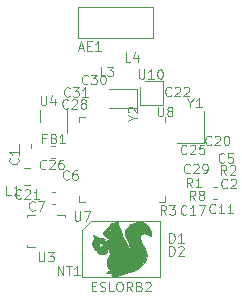
<source format=gbr>
G04 #@! TF.GenerationSoftware,KiCad,Pcbnew,(5.1.5-0-10_14)*
G04 #@! TF.CreationDate,2021-06-01T12:28:28-04:00*
G04 #@! TF.ProjectId,ESLO_RB2,45534c4f-5f52-4423-922e-6b696361645f,rev?*
G04 #@! TF.SameCoordinates,Original*
G04 #@! TF.FileFunction,Legend,Top*
G04 #@! TF.FilePolarity,Positive*
%FSLAX46Y46*%
G04 Gerber Fmt 4.6, Leading zero omitted, Abs format (unit mm)*
G04 Created by KiCad (PCBNEW (5.1.5-0-10_14)) date 2021-06-01 12:28:28*
%MOMM*%
%LPD*%
G04 APERTURE LIST*
%ADD10C,0.100000*%
%ADD11C,0.010000*%
%ADD12C,0.025000*%
G04 APERTURE END LIST*
D10*
X213223809Y-97567857D02*
X213490476Y-97567857D01*
X213604761Y-97986904D02*
X213223809Y-97986904D01*
X213223809Y-97186904D01*
X213604761Y-97186904D01*
X213909523Y-97948809D02*
X214023809Y-97986904D01*
X214214285Y-97986904D01*
X214290476Y-97948809D01*
X214328571Y-97910714D01*
X214366666Y-97834523D01*
X214366666Y-97758333D01*
X214328571Y-97682142D01*
X214290476Y-97644047D01*
X214214285Y-97605952D01*
X214061904Y-97567857D01*
X213985714Y-97529761D01*
X213947619Y-97491666D01*
X213909523Y-97415476D01*
X213909523Y-97339285D01*
X213947619Y-97263095D01*
X213985714Y-97225000D01*
X214061904Y-97186904D01*
X214252380Y-97186904D01*
X214366666Y-97225000D01*
X215090476Y-97986904D02*
X214709523Y-97986904D01*
X214709523Y-97186904D01*
X215509523Y-97186904D02*
X215661904Y-97186904D01*
X215738095Y-97225000D01*
X215814285Y-97301190D01*
X215852380Y-97453571D01*
X215852380Y-97720238D01*
X215814285Y-97872619D01*
X215738095Y-97948809D01*
X215661904Y-97986904D01*
X215509523Y-97986904D01*
X215433333Y-97948809D01*
X215357142Y-97872619D01*
X215319047Y-97720238D01*
X215319047Y-97453571D01*
X215357142Y-97301190D01*
X215433333Y-97225000D01*
X215509523Y-97186904D01*
X216652380Y-97986904D02*
X216385714Y-97605952D01*
X216195238Y-97986904D02*
X216195238Y-97186904D01*
X216500000Y-97186904D01*
X216576190Y-97225000D01*
X216614285Y-97263095D01*
X216652380Y-97339285D01*
X216652380Y-97453571D01*
X216614285Y-97529761D01*
X216576190Y-97567857D01*
X216500000Y-97605952D01*
X216195238Y-97605952D01*
X217261904Y-97567857D02*
X217376190Y-97605952D01*
X217414285Y-97644047D01*
X217452380Y-97720238D01*
X217452380Y-97834523D01*
X217414285Y-97910714D01*
X217376190Y-97948809D01*
X217300000Y-97986904D01*
X216995238Y-97986904D01*
X216995238Y-97186904D01*
X217261904Y-97186904D01*
X217338095Y-97225000D01*
X217376190Y-97263095D01*
X217414285Y-97339285D01*
X217414285Y-97415476D01*
X217376190Y-97491666D01*
X217338095Y-97529761D01*
X217261904Y-97567857D01*
X216995238Y-97567857D01*
X217757142Y-97263095D02*
X217795238Y-97225000D01*
X217871428Y-97186904D01*
X218061904Y-97186904D01*
X218138095Y-97225000D01*
X218176190Y-97263095D01*
X218214285Y-97339285D01*
X218214285Y-97415476D01*
X218176190Y-97529761D01*
X217719047Y-97986904D01*
X218214285Y-97986904D01*
D11*
G36*
X213449790Y-93254026D02*
G01*
X213500222Y-93311452D01*
X213645563Y-93401128D01*
X213915159Y-93435906D01*
X213932245Y-93436000D01*
X214174957Y-93459888D01*
X214311809Y-93522525D01*
X214323348Y-93541834D01*
X214295635Y-93637166D01*
X214253222Y-93647667D01*
X214095040Y-93705401D01*
X213953250Y-93837812D01*
X213885894Y-93983715D01*
X213891500Y-94028973D01*
X213857268Y-94138536D01*
X213752409Y-94198082D01*
X213626910Y-94257656D01*
X213611418Y-94296640D01*
X213706405Y-94290655D01*
X213881041Y-94220457D01*
X213892965Y-94214436D01*
X214158420Y-94139656D01*
X214382596Y-94179721D01*
X214530912Y-94310151D01*
X214568788Y-94506466D01*
X214518207Y-94657051D01*
X214374039Y-94794152D01*
X214136356Y-94833000D01*
X213941577Y-94807615D01*
X213773803Y-94709132D01*
X213579453Y-94504063D01*
X213546668Y-94464447D01*
X213340450Y-94182651D01*
X213257662Y-93974597D01*
X213290983Y-93806420D01*
X213380075Y-93693687D01*
X213467650Y-93563117D01*
X213416923Y-93439646D01*
X213410343Y-93431594D01*
X213349403Y-93301758D01*
X213364205Y-93245906D01*
X213449790Y-93254026D01*
G37*
X213449790Y-93254026D02*
X213500222Y-93311452D01*
X213645563Y-93401128D01*
X213915159Y-93435906D01*
X213932245Y-93436000D01*
X214174957Y-93459888D01*
X214311809Y-93522525D01*
X214323348Y-93541834D01*
X214295635Y-93637166D01*
X214253222Y-93647667D01*
X214095040Y-93705401D01*
X213953250Y-93837812D01*
X213885894Y-93983715D01*
X213891500Y-94028973D01*
X213857268Y-94138536D01*
X213752409Y-94198082D01*
X213626910Y-94257656D01*
X213611418Y-94296640D01*
X213706405Y-94290655D01*
X213881041Y-94220457D01*
X213892965Y-94214436D01*
X214158420Y-94139656D01*
X214382596Y-94179721D01*
X214530912Y-94310151D01*
X214568788Y-94506466D01*
X214518207Y-94657051D01*
X214374039Y-94794152D01*
X214136356Y-94833000D01*
X213941577Y-94807615D01*
X213773803Y-94709132D01*
X213579453Y-94504063D01*
X213546668Y-94464447D01*
X213340450Y-94182651D01*
X213257662Y-93974597D01*
X213290983Y-93806420D01*
X213380075Y-93693687D01*
X213467650Y-93563117D01*
X213416923Y-93439646D01*
X213410343Y-93431594D01*
X213349403Y-93301758D01*
X213364205Y-93245906D01*
X213449790Y-93254026D01*
G36*
X215408062Y-92040141D02*
G01*
X215446000Y-92193417D01*
X215484478Y-92356614D01*
X215580318Y-92585324D01*
X215615333Y-92653780D01*
X215723539Y-92898621D01*
X215781556Y-93113562D01*
X215784667Y-93154624D01*
X215829405Y-93313159D01*
X215947421Y-93560052D01*
X216114418Y-93845264D01*
X216137235Y-93880670D01*
X216339586Y-94219340D01*
X216524500Y-94576598D01*
X216646108Y-94860240D01*
X216733698Y-95101663D01*
X216774600Y-95191868D01*
X216778149Y-95139432D01*
X216754679Y-94960000D01*
X216696814Y-94730984D01*
X216582710Y-94406679D01*
X216432762Y-94042800D01*
X216361946Y-93887195D01*
X216177398Y-93463605D01*
X216084429Y-93146365D01*
X216084511Y-92898458D01*
X216179114Y-92682868D01*
X216369710Y-92462575D01*
X216420506Y-92413724D01*
X216774861Y-92175669D01*
X217155278Y-92081446D01*
X217527113Y-92127915D01*
X217855719Y-92311936D01*
X218068496Y-92563072D01*
X218159616Y-92760131D01*
X218220541Y-92978342D01*
X218244069Y-93169102D01*
X218223002Y-93283807D01*
X218176500Y-93292172D01*
X218061688Y-93235339D01*
X217874459Y-93141965D01*
X217873591Y-93141531D01*
X217648875Y-93068894D01*
X217492591Y-93110561D01*
X217360469Y-93257348D01*
X217341654Y-93474019D01*
X217438109Y-93778713D01*
X217599442Y-94097775D01*
X217757363Y-94418424D01*
X217865367Y-94712917D01*
X217901333Y-94908010D01*
X217821621Y-95323069D01*
X217602081Y-95699198D01*
X217272110Y-96003581D01*
X216861102Y-96203405D01*
X216706288Y-96242048D01*
X216427079Y-96319823D01*
X216139478Y-96434090D01*
X216123333Y-96441875D01*
X215852293Y-96556714D01*
X215591569Y-96640883D01*
X215573000Y-96645340D01*
X215347899Y-96697572D01*
X215192000Y-96734490D01*
X215013443Y-96738251D01*
X214963923Y-96724999D01*
X214902140Y-96625732D01*
X214913929Y-96551605D01*
X214919135Y-96463671D01*
X214814301Y-96444438D01*
X214697506Y-96457745D01*
X214505214Y-96457749D01*
X214431240Y-96406468D01*
X214494497Y-96334894D01*
X214599333Y-96296866D01*
X214736630Y-96239205D01*
X214744920Y-96144097D01*
X214638974Y-95980985D01*
X214529654Y-95705501D01*
X214553808Y-95382138D01*
X214641667Y-95171667D01*
X214755182Y-94833772D01*
X214726149Y-94508226D01*
X214567250Y-94235282D01*
X214291170Y-94055196D01*
X214289718Y-94054669D01*
X214102600Y-93972283D01*
X214009100Y-93902270D01*
X214006667Y-93893717D01*
X214081711Y-93811936D01*
X214268368Y-93751692D01*
X214473050Y-93732334D01*
X214652779Y-93683802D01*
X214706310Y-93570187D01*
X214633511Y-93439458D01*
X214474096Y-93351334D01*
X214251614Y-93223145D01*
X214186088Y-93051714D01*
X214277756Y-92857937D01*
X214384691Y-92768203D01*
X214713104Y-92768203D01*
X214726333Y-92801000D01*
X214802415Y-92881771D01*
X214815997Y-92885667D01*
X214852362Y-92820161D01*
X214853333Y-92801000D01*
X214788245Y-92719587D01*
X214763670Y-92716334D01*
X214713104Y-92768203D01*
X214384691Y-92768203D01*
X214466638Y-92699438D01*
X214668493Y-92541366D01*
X214801110Y-92386906D01*
X214818282Y-92350377D01*
X214910870Y-92241583D01*
X214986691Y-92241391D01*
X215113814Y-92212815D01*
X215194956Y-92118143D01*
X215308494Y-92003419D01*
X215408062Y-92040141D01*
G37*
X215408062Y-92040141D02*
X215446000Y-92193417D01*
X215484478Y-92356614D01*
X215580318Y-92585324D01*
X215615333Y-92653780D01*
X215723539Y-92898621D01*
X215781556Y-93113562D01*
X215784667Y-93154624D01*
X215829405Y-93313159D01*
X215947421Y-93560052D01*
X216114418Y-93845264D01*
X216137235Y-93880670D01*
X216339586Y-94219340D01*
X216524500Y-94576598D01*
X216646108Y-94860240D01*
X216733698Y-95101663D01*
X216774600Y-95191868D01*
X216778149Y-95139432D01*
X216754679Y-94960000D01*
X216696814Y-94730984D01*
X216582710Y-94406679D01*
X216432762Y-94042800D01*
X216361946Y-93887195D01*
X216177398Y-93463605D01*
X216084429Y-93146365D01*
X216084511Y-92898458D01*
X216179114Y-92682868D01*
X216369710Y-92462575D01*
X216420506Y-92413724D01*
X216774861Y-92175669D01*
X217155278Y-92081446D01*
X217527113Y-92127915D01*
X217855719Y-92311936D01*
X218068496Y-92563072D01*
X218159616Y-92760131D01*
X218220541Y-92978342D01*
X218244069Y-93169102D01*
X218223002Y-93283807D01*
X218176500Y-93292172D01*
X218061688Y-93235339D01*
X217874459Y-93141965D01*
X217873591Y-93141531D01*
X217648875Y-93068894D01*
X217492591Y-93110561D01*
X217360469Y-93257348D01*
X217341654Y-93474019D01*
X217438109Y-93778713D01*
X217599442Y-94097775D01*
X217757363Y-94418424D01*
X217865367Y-94712917D01*
X217901333Y-94908010D01*
X217821621Y-95323069D01*
X217602081Y-95699198D01*
X217272110Y-96003581D01*
X216861102Y-96203405D01*
X216706288Y-96242048D01*
X216427079Y-96319823D01*
X216139478Y-96434090D01*
X216123333Y-96441875D01*
X215852293Y-96556714D01*
X215591569Y-96640883D01*
X215573000Y-96645340D01*
X215347899Y-96697572D01*
X215192000Y-96734490D01*
X215013443Y-96738251D01*
X214963923Y-96724999D01*
X214902140Y-96625732D01*
X214913929Y-96551605D01*
X214919135Y-96463671D01*
X214814301Y-96444438D01*
X214697506Y-96457745D01*
X214505214Y-96457749D01*
X214431240Y-96406468D01*
X214494497Y-96334894D01*
X214599333Y-96296866D01*
X214736630Y-96239205D01*
X214744920Y-96144097D01*
X214638974Y-95980985D01*
X214529654Y-95705501D01*
X214553808Y-95382138D01*
X214641667Y-95171667D01*
X214755182Y-94833772D01*
X214726149Y-94508226D01*
X214567250Y-94235282D01*
X214291170Y-94055196D01*
X214289718Y-94054669D01*
X214102600Y-93972283D01*
X214009100Y-93902270D01*
X214006667Y-93893717D01*
X214081711Y-93811936D01*
X214268368Y-93751692D01*
X214473050Y-93732334D01*
X214652779Y-93683802D01*
X214706310Y-93570187D01*
X214633511Y-93439458D01*
X214474096Y-93351334D01*
X214251614Y-93223145D01*
X214186088Y-93051714D01*
X214277756Y-92857937D01*
X214384691Y-92768203D01*
X214713104Y-92768203D01*
X214726333Y-92801000D01*
X214802415Y-92881771D01*
X214815997Y-92885667D01*
X214852362Y-92820161D01*
X214853333Y-92801000D01*
X214788245Y-92719587D01*
X214763670Y-92716334D01*
X214713104Y-92768203D01*
X214384691Y-92768203D01*
X214466638Y-92699438D01*
X214668493Y-92541366D01*
X214801110Y-92386906D01*
X214818282Y-92350377D01*
X214910870Y-92241583D01*
X214986691Y-92241391D01*
X215113814Y-92212815D01*
X215194956Y-92118143D01*
X215308494Y-92003419D01*
X215408062Y-92040141D01*
D12*
X217100000Y-80850000D02*
X214700000Y-80850000D01*
X217100000Y-82450000D02*
X217100000Y-80850000D01*
X214700000Y-82450000D02*
X217100000Y-82450000D01*
X223255000Y-94550000D02*
G75*
G03X223255000Y-94550000I-50000J0D01*
G01*
X223255000Y-93450000D02*
G75*
G03X223255000Y-93450000I-50000J0D01*
G01*
X211110000Y-84625000D02*
X211110000Y-82625000D01*
X208890000Y-83625000D02*
X208890000Y-82625000D01*
X208110000Y-85850279D02*
X208110000Y-85524721D01*
X207090000Y-85850279D02*
X207090000Y-85524721D01*
X209799721Y-86710000D02*
X210125279Y-86710000D01*
X209799721Y-85690000D02*
X210125279Y-85690000D01*
X218450000Y-73950000D02*
X212050000Y-73950000D01*
X218450000Y-76550000D02*
X218450000Y-73950000D01*
X212050000Y-76550000D02*
X218450000Y-76550000D01*
X212050000Y-73950000D02*
X212050000Y-76550000D01*
X209837221Y-90610000D02*
X210162779Y-90610000D01*
X209837221Y-89590000D02*
X210162779Y-89590000D01*
X207503922Y-89010000D02*
X208021078Y-89010000D01*
X207503922Y-87590000D02*
X208021078Y-87590000D01*
X222750000Y-85400000D02*
X222750000Y-82700000D01*
X220450000Y-85400000D02*
X222750000Y-85400000D01*
X207752500Y-91540000D02*
X207752500Y-91690000D01*
X208402500Y-91540000D02*
X207752500Y-91540000D01*
X210972500Y-91540000D02*
X210972500Y-91690000D01*
X210322500Y-91540000D02*
X210972500Y-91540000D01*
X207752500Y-94260000D02*
X207752500Y-94110000D01*
X208402500Y-94260000D02*
X207752500Y-94260000D01*
X212400000Y-96810000D02*
X212400000Y-92800000D01*
X219000000Y-96810000D02*
X212400000Y-96810000D01*
X219000000Y-92000000D02*
X219000000Y-96810000D01*
X213200000Y-92000000D02*
X219000000Y-92000000D01*
X212400000Y-92800000D02*
X213200000Y-92000000D01*
X217290000Y-82200000D02*
X217290000Y-80700000D01*
X219290000Y-82200000D02*
X217290000Y-82200000D01*
X219290000Y-80200000D02*
X219290000Y-82150000D01*
X217790000Y-80200000D02*
X219290000Y-80200000D01*
X219410000Y-83665000D02*
X219410000Y-83190000D01*
X212190000Y-90410000D02*
X212665000Y-90410000D01*
X212190000Y-89935000D02*
X212190000Y-90410000D01*
X212190000Y-83190000D02*
X212665000Y-83190000D01*
X212190000Y-83665000D02*
X212190000Y-83190000D01*
X219410000Y-90410000D02*
X218935000Y-90410000D01*
X219410000Y-89935000D02*
X219410000Y-90410000D01*
X222240000Y-89400000D02*
G75*
G03X222240000Y-89400000I-50000J0D01*
G01*
X222225000Y-90500000D02*
G75*
G03X222225000Y-90500000I-50000J0D01*
G01*
X222075000Y-88300000D02*
G75*
G03X222075000Y-88300000I-50000J0D01*
G01*
X222225000Y-88300000D02*
G75*
G03X222225000Y-88300000I-50000J0D01*
G01*
X223524721Y-90210000D02*
X223850279Y-90210000D01*
X223524721Y-89190000D02*
X223850279Y-89190000D01*
D10*
X216730952Y-83330952D02*
X217111904Y-83330952D01*
X216311904Y-83597619D02*
X216730952Y-83330952D01*
X216311904Y-83064285D01*
X216388095Y-82835714D02*
X216350000Y-82797619D01*
X216311904Y-82721428D01*
X216311904Y-82530952D01*
X216350000Y-82454761D01*
X216388095Y-82416666D01*
X216464285Y-82378571D01*
X216540476Y-82378571D01*
X216654761Y-82416666D01*
X217111904Y-82873809D01*
X217111904Y-82378571D01*
X219809523Y-94961904D02*
X219809523Y-94161904D01*
X220000000Y-94161904D01*
X220114285Y-94200000D01*
X220190476Y-94276190D01*
X220228571Y-94352380D01*
X220266666Y-94504761D01*
X220266666Y-94619047D01*
X220228571Y-94771428D01*
X220190476Y-94847619D01*
X220114285Y-94923809D01*
X220000000Y-94961904D01*
X219809523Y-94961904D01*
X220571428Y-94238095D02*
X220609523Y-94200000D01*
X220685714Y-94161904D01*
X220876190Y-94161904D01*
X220952380Y-94200000D01*
X220990476Y-94238095D01*
X221028571Y-94314285D01*
X221028571Y-94390476D01*
X220990476Y-94504761D01*
X220533333Y-94961904D01*
X221028571Y-94961904D01*
X219809523Y-93861904D02*
X219809523Y-93061904D01*
X220000000Y-93061904D01*
X220114285Y-93100000D01*
X220190476Y-93176190D01*
X220228571Y-93252380D01*
X220266666Y-93404761D01*
X220266666Y-93519047D01*
X220228571Y-93671428D01*
X220190476Y-93747619D01*
X220114285Y-93823809D01*
X220000000Y-93861904D01*
X219809523Y-93861904D01*
X221028571Y-93861904D02*
X220571428Y-93861904D01*
X220800000Y-93861904D02*
X220800000Y-93061904D01*
X220723809Y-93176190D01*
X220647619Y-93252380D01*
X220571428Y-93290476D01*
X208915476Y-81411904D02*
X208915476Y-82059523D01*
X208953571Y-82135714D01*
X208991666Y-82173809D01*
X209067857Y-82211904D01*
X209220238Y-82211904D01*
X209296428Y-82173809D01*
X209334523Y-82135714D01*
X209372619Y-82059523D01*
X209372619Y-81411904D01*
X210096428Y-81678571D02*
X210096428Y-82211904D01*
X209905952Y-81373809D02*
X209715476Y-81945238D01*
X210210714Y-81945238D01*
X206985714Y-86733333D02*
X207023809Y-86771428D01*
X207061904Y-86885714D01*
X207061904Y-86961904D01*
X207023809Y-87076190D01*
X206947619Y-87152380D01*
X206871428Y-87190476D01*
X206719047Y-87228571D01*
X206604761Y-87228571D01*
X206452380Y-87190476D01*
X206376190Y-87152380D01*
X206300000Y-87076190D01*
X206261904Y-86961904D01*
X206261904Y-86885714D01*
X206300000Y-86771428D01*
X206338095Y-86733333D01*
X207061904Y-85971428D02*
X207061904Y-86428571D01*
X207061904Y-86200000D02*
X206261904Y-86200000D01*
X206376190Y-86276190D01*
X206452380Y-86352380D01*
X206490476Y-86428571D01*
X209333333Y-85042857D02*
X209066666Y-85042857D01*
X209066666Y-85461904D02*
X209066666Y-84661904D01*
X209447619Y-84661904D01*
X210019047Y-85042857D02*
X210133333Y-85080952D01*
X210171428Y-85119047D01*
X210209523Y-85195238D01*
X210209523Y-85309523D01*
X210171428Y-85385714D01*
X210133333Y-85423809D01*
X210057142Y-85461904D01*
X209752380Y-85461904D01*
X209752380Y-84661904D01*
X210019047Y-84661904D01*
X210095238Y-84700000D01*
X210133333Y-84738095D01*
X210171428Y-84814285D01*
X210171428Y-84890476D01*
X210133333Y-84966666D01*
X210095238Y-85004761D01*
X210019047Y-85042857D01*
X209752380Y-85042857D01*
X210971428Y-85461904D02*
X210514285Y-85461904D01*
X210742857Y-85461904D02*
X210742857Y-84661904D01*
X210666666Y-84776190D01*
X210590476Y-84852380D01*
X210514285Y-84890476D01*
X208416666Y-91085714D02*
X208378571Y-91123809D01*
X208264285Y-91161904D01*
X208188095Y-91161904D01*
X208073809Y-91123809D01*
X207997619Y-91047619D01*
X207959523Y-90971428D01*
X207921428Y-90819047D01*
X207921428Y-90704761D01*
X207959523Y-90552380D01*
X207997619Y-90476190D01*
X208073809Y-90400000D01*
X208188095Y-90361904D01*
X208264285Y-90361904D01*
X208378571Y-90400000D01*
X208416666Y-90438095D01*
X208683333Y-90361904D02*
X209216666Y-90361904D01*
X208873809Y-91161904D01*
X212141666Y-77408333D02*
X212522619Y-77408333D01*
X212065476Y-77636904D02*
X212332142Y-76836904D01*
X212598809Y-77636904D01*
X212865476Y-77217857D02*
X213132142Y-77217857D01*
X213246428Y-77636904D02*
X212865476Y-77636904D01*
X212865476Y-76836904D01*
X213246428Y-76836904D01*
X214008333Y-77636904D02*
X213551190Y-77636904D01*
X213779761Y-77636904D02*
X213779761Y-76836904D01*
X213703571Y-76951190D01*
X213627380Y-77027380D01*
X213551190Y-77065476D01*
X219960714Y-81385714D02*
X219922619Y-81423809D01*
X219808333Y-81461904D01*
X219732142Y-81461904D01*
X219617857Y-81423809D01*
X219541666Y-81347619D01*
X219503571Y-81271428D01*
X219465476Y-81119047D01*
X219465476Y-81004761D01*
X219503571Y-80852380D01*
X219541666Y-80776190D01*
X219617857Y-80700000D01*
X219732142Y-80661904D01*
X219808333Y-80661904D01*
X219922619Y-80700000D01*
X219960714Y-80738095D01*
X220265476Y-80738095D02*
X220303571Y-80700000D01*
X220379761Y-80661904D01*
X220570238Y-80661904D01*
X220646428Y-80700000D01*
X220684523Y-80738095D01*
X220722619Y-80814285D01*
X220722619Y-80890476D01*
X220684523Y-81004761D01*
X220227380Y-81461904D01*
X220722619Y-81461904D01*
X221027380Y-80738095D02*
X221065476Y-80700000D01*
X221141666Y-80661904D01*
X221332142Y-80661904D01*
X221408333Y-80700000D01*
X221446428Y-80738095D01*
X221484523Y-80814285D01*
X221484523Y-80890476D01*
X221446428Y-81004761D01*
X220989285Y-81461904D01*
X221484523Y-81461904D01*
X207260714Y-90085714D02*
X207222619Y-90123809D01*
X207108333Y-90161904D01*
X207032142Y-90161904D01*
X206917857Y-90123809D01*
X206841666Y-90047619D01*
X206803571Y-89971428D01*
X206765476Y-89819047D01*
X206765476Y-89704761D01*
X206803571Y-89552380D01*
X206841666Y-89476190D01*
X206917857Y-89400000D01*
X207032142Y-89361904D01*
X207108333Y-89361904D01*
X207222619Y-89400000D01*
X207260714Y-89438095D01*
X207565476Y-89438095D02*
X207603571Y-89400000D01*
X207679761Y-89361904D01*
X207870238Y-89361904D01*
X207946428Y-89400000D01*
X207984523Y-89438095D01*
X208022619Y-89514285D01*
X208022619Y-89590476D01*
X207984523Y-89704761D01*
X207527380Y-90161904D01*
X208022619Y-90161904D01*
X208784523Y-90161904D02*
X208327380Y-90161904D01*
X208555952Y-90161904D02*
X208555952Y-89361904D01*
X208479761Y-89476190D01*
X208403571Y-89552380D01*
X208327380Y-89590476D01*
X223685714Y-91310714D02*
X223647619Y-91348809D01*
X223533333Y-91386904D01*
X223457142Y-91386904D01*
X223342857Y-91348809D01*
X223266666Y-91272619D01*
X223228571Y-91196428D01*
X223190476Y-91044047D01*
X223190476Y-90929761D01*
X223228571Y-90777380D01*
X223266666Y-90701190D01*
X223342857Y-90625000D01*
X223457142Y-90586904D01*
X223533333Y-90586904D01*
X223647619Y-90625000D01*
X223685714Y-90663095D01*
X224447619Y-91386904D02*
X223990476Y-91386904D01*
X224219047Y-91386904D02*
X224219047Y-90586904D01*
X224142857Y-90701190D01*
X224066666Y-90777380D01*
X223990476Y-90815476D01*
X225209523Y-91386904D02*
X224752380Y-91386904D01*
X224980952Y-91386904D02*
X224980952Y-90586904D01*
X224904761Y-90701190D01*
X224828571Y-90777380D01*
X224752380Y-90815476D01*
X206391666Y-89836904D02*
X206010714Y-89836904D01*
X206010714Y-89036904D01*
X207077380Y-89836904D02*
X206620238Y-89836904D01*
X206848809Y-89836904D02*
X206848809Y-89036904D01*
X206772619Y-89151190D01*
X206696428Y-89227380D01*
X206620238Y-89265476D01*
X211296666Y-88460714D02*
X211258571Y-88498809D01*
X211144285Y-88536904D01*
X211068095Y-88536904D01*
X210953809Y-88498809D01*
X210877619Y-88422619D01*
X210839523Y-88346428D01*
X210801428Y-88194047D01*
X210801428Y-88079761D01*
X210839523Y-87927380D01*
X210877619Y-87851190D01*
X210953809Y-87775000D01*
X211068095Y-87736904D01*
X211144285Y-87736904D01*
X211258571Y-87775000D01*
X211296666Y-87813095D01*
X211982380Y-87736904D02*
X211830000Y-87736904D01*
X211753809Y-87775000D01*
X211715714Y-87813095D01*
X211639523Y-87927380D01*
X211601428Y-88079761D01*
X211601428Y-88384523D01*
X211639523Y-88460714D01*
X211677619Y-88498809D01*
X211753809Y-88536904D01*
X211906190Y-88536904D01*
X211982380Y-88498809D01*
X212020476Y-88460714D01*
X212058571Y-88384523D01*
X212058571Y-88194047D01*
X212020476Y-88117857D01*
X211982380Y-88079761D01*
X211906190Y-88041666D01*
X211753809Y-88041666D01*
X211677619Y-88079761D01*
X211639523Y-88117857D01*
X211601428Y-88194047D01*
X221594047Y-82030952D02*
X221594047Y-82411904D01*
X221327380Y-81611904D02*
X221594047Y-82030952D01*
X221860714Y-81611904D01*
X222546428Y-82411904D02*
X222089285Y-82411904D01*
X222317857Y-82411904D02*
X222317857Y-81611904D01*
X222241666Y-81726190D01*
X222165476Y-81802380D01*
X222089285Y-81840476D01*
X211360714Y-81435714D02*
X211322619Y-81473809D01*
X211208333Y-81511904D01*
X211132142Y-81511904D01*
X211017857Y-81473809D01*
X210941666Y-81397619D01*
X210903571Y-81321428D01*
X210865476Y-81169047D01*
X210865476Y-81054761D01*
X210903571Y-80902380D01*
X210941666Y-80826190D01*
X211017857Y-80750000D01*
X211132142Y-80711904D01*
X211208333Y-80711904D01*
X211322619Y-80750000D01*
X211360714Y-80788095D01*
X211627380Y-80711904D02*
X212122619Y-80711904D01*
X211855952Y-81016666D01*
X211970238Y-81016666D01*
X212046428Y-81054761D01*
X212084523Y-81092857D01*
X212122619Y-81169047D01*
X212122619Y-81359523D01*
X212084523Y-81435714D01*
X212046428Y-81473809D01*
X211970238Y-81511904D01*
X211741666Y-81511904D01*
X211665476Y-81473809D01*
X211627380Y-81435714D01*
X212884523Y-81511904D02*
X212427380Y-81511904D01*
X212655952Y-81511904D02*
X212655952Y-80711904D01*
X212579761Y-80826190D01*
X212503571Y-80902380D01*
X212427380Y-80940476D01*
X212885714Y-80385714D02*
X212847619Y-80423809D01*
X212733333Y-80461904D01*
X212657142Y-80461904D01*
X212542857Y-80423809D01*
X212466666Y-80347619D01*
X212428571Y-80271428D01*
X212390476Y-80119047D01*
X212390476Y-80004761D01*
X212428571Y-79852380D01*
X212466666Y-79776190D01*
X212542857Y-79700000D01*
X212657142Y-79661904D01*
X212733333Y-79661904D01*
X212847619Y-79700000D01*
X212885714Y-79738095D01*
X213152380Y-79661904D02*
X213647619Y-79661904D01*
X213380952Y-79966666D01*
X213495238Y-79966666D01*
X213571428Y-80004761D01*
X213609523Y-80042857D01*
X213647619Y-80119047D01*
X213647619Y-80309523D01*
X213609523Y-80385714D01*
X213571428Y-80423809D01*
X213495238Y-80461904D01*
X213266666Y-80461904D01*
X213190476Y-80423809D01*
X213152380Y-80385714D01*
X214142857Y-79661904D02*
X214219047Y-79661904D01*
X214295238Y-79700000D01*
X214333333Y-79738095D01*
X214371428Y-79814285D01*
X214409523Y-79966666D01*
X214409523Y-80157142D01*
X214371428Y-80309523D01*
X214333333Y-80385714D01*
X214295238Y-80423809D01*
X214219047Y-80461904D01*
X214142857Y-80461904D01*
X214066666Y-80423809D01*
X214028571Y-80385714D01*
X213990476Y-80309523D01*
X213952380Y-80157142D01*
X213952380Y-79966666D01*
X213990476Y-79814285D01*
X214028571Y-79738095D01*
X214066666Y-79700000D01*
X214142857Y-79661904D01*
X208752976Y-94661904D02*
X208752976Y-95309523D01*
X208791071Y-95385714D01*
X208829166Y-95423809D01*
X208905357Y-95461904D01*
X209057738Y-95461904D01*
X209133928Y-95423809D01*
X209172023Y-95385714D01*
X209210119Y-95309523D01*
X209210119Y-94661904D01*
X209514880Y-94661904D02*
X210010119Y-94661904D01*
X209743452Y-94966666D01*
X209857738Y-94966666D01*
X209933928Y-95004761D01*
X209972023Y-95042857D01*
X210010119Y-95119047D01*
X210010119Y-95309523D01*
X209972023Y-95385714D01*
X209933928Y-95423809D01*
X209857738Y-95461904D01*
X209629166Y-95461904D01*
X209552976Y-95423809D01*
X209514880Y-95385714D01*
X211790476Y-91211904D02*
X211790476Y-91859523D01*
X211828571Y-91935714D01*
X211866666Y-91973809D01*
X211942857Y-92011904D01*
X212095238Y-92011904D01*
X212171428Y-91973809D01*
X212209523Y-91935714D01*
X212247619Y-91859523D01*
X212247619Y-91211904D01*
X212552380Y-91211904D02*
X213085714Y-91211904D01*
X212742857Y-92011904D01*
X217234523Y-79186904D02*
X217234523Y-79834523D01*
X217272619Y-79910714D01*
X217310714Y-79948809D01*
X217386904Y-79986904D01*
X217539285Y-79986904D01*
X217615476Y-79948809D01*
X217653571Y-79910714D01*
X217691666Y-79834523D01*
X217691666Y-79186904D01*
X218491666Y-79986904D02*
X218034523Y-79986904D01*
X218263095Y-79986904D02*
X218263095Y-79186904D01*
X218186904Y-79301190D01*
X218110714Y-79377380D01*
X218034523Y-79415476D01*
X218986904Y-79186904D02*
X219063095Y-79186904D01*
X219139285Y-79225000D01*
X219177380Y-79263095D01*
X219215476Y-79339285D01*
X219253571Y-79491666D01*
X219253571Y-79682142D01*
X219215476Y-79834523D01*
X219177380Y-79910714D01*
X219139285Y-79948809D01*
X219063095Y-79986904D01*
X218986904Y-79986904D01*
X218910714Y-79948809D01*
X218872619Y-79910714D01*
X218834523Y-79834523D01*
X218796428Y-79682142D01*
X218796428Y-79491666D01*
X218834523Y-79339285D01*
X218872619Y-79263095D01*
X218910714Y-79225000D01*
X218986904Y-79186904D01*
X218815476Y-82361904D02*
X218815476Y-83009523D01*
X218853571Y-83085714D01*
X218891666Y-83123809D01*
X218967857Y-83161904D01*
X219120238Y-83161904D01*
X219196428Y-83123809D01*
X219234523Y-83085714D01*
X219272619Y-83009523D01*
X219272619Y-82361904D01*
X219767857Y-82704761D02*
X219691666Y-82666666D01*
X219653571Y-82628571D01*
X219615476Y-82552380D01*
X219615476Y-82514285D01*
X219653571Y-82438095D01*
X219691666Y-82400000D01*
X219767857Y-82361904D01*
X219920238Y-82361904D01*
X219996428Y-82400000D01*
X220034523Y-82438095D01*
X220072619Y-82514285D01*
X220072619Y-82552380D01*
X220034523Y-82628571D01*
X219996428Y-82666666D01*
X219920238Y-82704761D01*
X219767857Y-82704761D01*
X219691666Y-82742857D01*
X219653571Y-82780952D01*
X219615476Y-82857142D01*
X219615476Y-83009523D01*
X219653571Y-83085714D01*
X219691666Y-83123809D01*
X219767857Y-83161904D01*
X219920238Y-83161904D01*
X219996428Y-83123809D01*
X220034523Y-83085714D01*
X220072619Y-83009523D01*
X220072619Y-82857142D01*
X220034523Y-82780952D01*
X219996428Y-82742857D01*
X219920238Y-82704761D01*
X221991666Y-90261904D02*
X221725000Y-89880952D01*
X221534523Y-90261904D02*
X221534523Y-89461904D01*
X221839285Y-89461904D01*
X221915476Y-89500000D01*
X221953571Y-89538095D01*
X221991666Y-89614285D01*
X221991666Y-89728571D01*
X221953571Y-89804761D01*
X221915476Y-89842857D01*
X221839285Y-89880952D01*
X221534523Y-89880952D01*
X222448809Y-89804761D02*
X222372619Y-89766666D01*
X222334523Y-89728571D01*
X222296428Y-89652380D01*
X222296428Y-89614285D01*
X222334523Y-89538095D01*
X222372619Y-89500000D01*
X222448809Y-89461904D01*
X222601190Y-89461904D01*
X222677380Y-89500000D01*
X222715476Y-89538095D01*
X222753571Y-89614285D01*
X222753571Y-89652380D01*
X222715476Y-89728571D01*
X222677380Y-89766666D01*
X222601190Y-89804761D01*
X222448809Y-89804761D01*
X222372619Y-89842857D01*
X222334523Y-89880952D01*
X222296428Y-89957142D01*
X222296428Y-90109523D01*
X222334523Y-90185714D01*
X222372619Y-90223809D01*
X222448809Y-90261904D01*
X222601190Y-90261904D01*
X222677380Y-90223809D01*
X222715476Y-90185714D01*
X222753571Y-90109523D01*
X222753571Y-89957142D01*
X222715476Y-89880952D01*
X222677380Y-89842857D01*
X222601190Y-89804761D01*
X219541666Y-91511904D02*
X219275000Y-91130952D01*
X219084523Y-91511904D02*
X219084523Y-90711904D01*
X219389285Y-90711904D01*
X219465476Y-90750000D01*
X219503571Y-90788095D01*
X219541666Y-90864285D01*
X219541666Y-90978571D01*
X219503571Y-91054761D01*
X219465476Y-91092857D01*
X219389285Y-91130952D01*
X219084523Y-91130952D01*
X219808333Y-90711904D02*
X220303571Y-90711904D01*
X220036904Y-91016666D01*
X220151190Y-91016666D01*
X220227380Y-91054761D01*
X220265476Y-91092857D01*
X220303571Y-91169047D01*
X220303571Y-91359523D01*
X220265476Y-91435714D01*
X220227380Y-91473809D01*
X220151190Y-91511904D01*
X219922619Y-91511904D01*
X219846428Y-91473809D01*
X219808333Y-91435714D01*
X224641666Y-88136904D02*
X224375000Y-87755952D01*
X224184523Y-88136904D02*
X224184523Y-87336904D01*
X224489285Y-87336904D01*
X224565476Y-87375000D01*
X224603571Y-87413095D01*
X224641666Y-87489285D01*
X224641666Y-87603571D01*
X224603571Y-87679761D01*
X224565476Y-87717857D01*
X224489285Y-87755952D01*
X224184523Y-87755952D01*
X224946428Y-87413095D02*
X224984523Y-87375000D01*
X225060714Y-87336904D01*
X225251190Y-87336904D01*
X225327380Y-87375000D01*
X225365476Y-87413095D01*
X225403571Y-87489285D01*
X225403571Y-87565476D01*
X225365476Y-87679761D01*
X224908333Y-88136904D01*
X225403571Y-88136904D01*
X221741666Y-89161904D02*
X221475000Y-88780952D01*
X221284523Y-89161904D02*
X221284523Y-88361904D01*
X221589285Y-88361904D01*
X221665476Y-88400000D01*
X221703571Y-88438095D01*
X221741666Y-88514285D01*
X221741666Y-88628571D01*
X221703571Y-88704761D01*
X221665476Y-88742857D01*
X221589285Y-88780952D01*
X221284523Y-88780952D01*
X222503571Y-89161904D02*
X222046428Y-89161904D01*
X222275000Y-89161904D02*
X222275000Y-88361904D01*
X222198809Y-88476190D01*
X222122619Y-88552380D01*
X222046428Y-88590476D01*
X210360714Y-96636904D02*
X210360714Y-95836904D01*
X210817857Y-96636904D01*
X210817857Y-95836904D01*
X211084523Y-95836904D02*
X211541666Y-95836904D01*
X211313095Y-96636904D02*
X211313095Y-95836904D01*
X212227380Y-96636904D02*
X211770238Y-96636904D01*
X211998809Y-96636904D02*
X211998809Y-95836904D01*
X211922619Y-95951190D01*
X211846428Y-96027380D01*
X211770238Y-96065476D01*
X216516666Y-78536904D02*
X216135714Y-78536904D01*
X216135714Y-77736904D01*
X217126190Y-78003571D02*
X217126190Y-78536904D01*
X216935714Y-77698809D02*
X216745238Y-78270238D01*
X217240476Y-78270238D01*
X214371666Y-79761904D02*
X213990714Y-79761904D01*
X213990714Y-78961904D01*
X214562142Y-78961904D02*
X215057380Y-78961904D01*
X214790714Y-79266666D01*
X214905000Y-79266666D01*
X214981190Y-79304761D01*
X215019285Y-79342857D01*
X215057380Y-79419047D01*
X215057380Y-79609523D01*
X215019285Y-79685714D01*
X214981190Y-79723809D01*
X214905000Y-79761904D01*
X214676428Y-79761904D01*
X214600238Y-79723809D01*
X214562142Y-79685714D01*
X221535714Y-87935714D02*
X221497619Y-87973809D01*
X221383333Y-88011904D01*
X221307142Y-88011904D01*
X221192857Y-87973809D01*
X221116666Y-87897619D01*
X221078571Y-87821428D01*
X221040476Y-87669047D01*
X221040476Y-87554761D01*
X221078571Y-87402380D01*
X221116666Y-87326190D01*
X221192857Y-87250000D01*
X221307142Y-87211904D01*
X221383333Y-87211904D01*
X221497619Y-87250000D01*
X221535714Y-87288095D01*
X221840476Y-87288095D02*
X221878571Y-87250000D01*
X221954761Y-87211904D01*
X222145238Y-87211904D01*
X222221428Y-87250000D01*
X222259523Y-87288095D01*
X222297619Y-87364285D01*
X222297619Y-87440476D01*
X222259523Y-87554761D01*
X221802380Y-88011904D01*
X222297619Y-88011904D01*
X222678571Y-88011904D02*
X222830952Y-88011904D01*
X222907142Y-87973809D01*
X222945238Y-87935714D01*
X223021428Y-87821428D01*
X223059523Y-87669047D01*
X223059523Y-87364285D01*
X223021428Y-87288095D01*
X222983333Y-87250000D01*
X222907142Y-87211904D01*
X222754761Y-87211904D01*
X222678571Y-87250000D01*
X222640476Y-87288095D01*
X222602380Y-87364285D01*
X222602380Y-87554761D01*
X222640476Y-87630952D01*
X222678571Y-87669047D01*
X222754761Y-87707142D01*
X222907142Y-87707142D01*
X222983333Y-87669047D01*
X223021428Y-87630952D01*
X223059523Y-87554761D01*
X211235714Y-82435714D02*
X211197619Y-82473809D01*
X211083333Y-82511904D01*
X211007142Y-82511904D01*
X210892857Y-82473809D01*
X210816666Y-82397619D01*
X210778571Y-82321428D01*
X210740476Y-82169047D01*
X210740476Y-82054761D01*
X210778571Y-81902380D01*
X210816666Y-81826190D01*
X210892857Y-81750000D01*
X211007142Y-81711904D01*
X211083333Y-81711904D01*
X211197619Y-81750000D01*
X211235714Y-81788095D01*
X211540476Y-81788095D02*
X211578571Y-81750000D01*
X211654761Y-81711904D01*
X211845238Y-81711904D01*
X211921428Y-81750000D01*
X211959523Y-81788095D01*
X211997619Y-81864285D01*
X211997619Y-81940476D01*
X211959523Y-82054761D01*
X211502380Y-82511904D01*
X211997619Y-82511904D01*
X212454761Y-82054761D02*
X212378571Y-82016666D01*
X212340476Y-81978571D01*
X212302380Y-81902380D01*
X212302380Y-81864285D01*
X212340476Y-81788095D01*
X212378571Y-81750000D01*
X212454761Y-81711904D01*
X212607142Y-81711904D01*
X212683333Y-81750000D01*
X212721428Y-81788095D01*
X212759523Y-81864285D01*
X212759523Y-81902380D01*
X212721428Y-81978571D01*
X212683333Y-82016666D01*
X212607142Y-82054761D01*
X212454761Y-82054761D01*
X212378571Y-82092857D01*
X212340476Y-82130952D01*
X212302380Y-82207142D01*
X212302380Y-82359523D01*
X212340476Y-82435714D01*
X212378571Y-82473809D01*
X212454761Y-82511904D01*
X212607142Y-82511904D01*
X212683333Y-82473809D01*
X212721428Y-82435714D01*
X212759523Y-82359523D01*
X212759523Y-82207142D01*
X212721428Y-82130952D01*
X212683333Y-82092857D01*
X212607142Y-82054761D01*
X209335714Y-87560714D02*
X209297619Y-87598809D01*
X209183333Y-87636904D01*
X209107142Y-87636904D01*
X208992857Y-87598809D01*
X208916666Y-87522619D01*
X208878571Y-87446428D01*
X208840476Y-87294047D01*
X208840476Y-87179761D01*
X208878571Y-87027380D01*
X208916666Y-86951190D01*
X208992857Y-86875000D01*
X209107142Y-86836904D01*
X209183333Y-86836904D01*
X209297619Y-86875000D01*
X209335714Y-86913095D01*
X209640476Y-86913095D02*
X209678571Y-86875000D01*
X209754761Y-86836904D01*
X209945238Y-86836904D01*
X210021428Y-86875000D01*
X210059523Y-86913095D01*
X210097619Y-86989285D01*
X210097619Y-87065476D01*
X210059523Y-87179761D01*
X209602380Y-87636904D01*
X210097619Y-87636904D01*
X210783333Y-86836904D02*
X210630952Y-86836904D01*
X210554761Y-86875000D01*
X210516666Y-86913095D01*
X210440476Y-87027380D01*
X210402380Y-87179761D01*
X210402380Y-87484523D01*
X210440476Y-87560714D01*
X210478571Y-87598809D01*
X210554761Y-87636904D01*
X210707142Y-87636904D01*
X210783333Y-87598809D01*
X210821428Y-87560714D01*
X210859523Y-87484523D01*
X210859523Y-87294047D01*
X210821428Y-87217857D01*
X210783333Y-87179761D01*
X210707142Y-87141666D01*
X210554761Y-87141666D01*
X210478571Y-87179761D01*
X210440476Y-87217857D01*
X210402380Y-87294047D01*
X221260714Y-86310714D02*
X221222619Y-86348809D01*
X221108333Y-86386904D01*
X221032142Y-86386904D01*
X220917857Y-86348809D01*
X220841666Y-86272619D01*
X220803571Y-86196428D01*
X220765476Y-86044047D01*
X220765476Y-85929761D01*
X220803571Y-85777380D01*
X220841666Y-85701190D01*
X220917857Y-85625000D01*
X221032142Y-85586904D01*
X221108333Y-85586904D01*
X221222619Y-85625000D01*
X221260714Y-85663095D01*
X221565476Y-85663095D02*
X221603571Y-85625000D01*
X221679761Y-85586904D01*
X221870238Y-85586904D01*
X221946428Y-85625000D01*
X221984523Y-85663095D01*
X222022619Y-85739285D01*
X222022619Y-85815476D01*
X221984523Y-85929761D01*
X221527380Y-86386904D01*
X222022619Y-86386904D01*
X222746428Y-85586904D02*
X222365476Y-85586904D01*
X222327380Y-85967857D01*
X222365476Y-85929761D01*
X222441666Y-85891666D01*
X222632142Y-85891666D01*
X222708333Y-85929761D01*
X222746428Y-85967857D01*
X222784523Y-86044047D01*
X222784523Y-86234523D01*
X222746428Y-86310714D01*
X222708333Y-86348809D01*
X222632142Y-86386904D01*
X222441666Y-86386904D01*
X222365476Y-86348809D01*
X222327380Y-86310714D01*
X223360714Y-85535714D02*
X223322619Y-85573809D01*
X223208333Y-85611904D01*
X223132142Y-85611904D01*
X223017857Y-85573809D01*
X222941666Y-85497619D01*
X222903571Y-85421428D01*
X222865476Y-85269047D01*
X222865476Y-85154761D01*
X222903571Y-85002380D01*
X222941666Y-84926190D01*
X223017857Y-84850000D01*
X223132142Y-84811904D01*
X223208333Y-84811904D01*
X223322619Y-84850000D01*
X223360714Y-84888095D01*
X223665476Y-84888095D02*
X223703571Y-84850000D01*
X223779761Y-84811904D01*
X223970238Y-84811904D01*
X224046428Y-84850000D01*
X224084523Y-84888095D01*
X224122619Y-84964285D01*
X224122619Y-85040476D01*
X224084523Y-85154761D01*
X223627380Y-85611904D01*
X224122619Y-85611904D01*
X224617857Y-84811904D02*
X224694047Y-84811904D01*
X224770238Y-84850000D01*
X224808333Y-84888095D01*
X224846428Y-84964285D01*
X224884523Y-85116666D01*
X224884523Y-85307142D01*
X224846428Y-85459523D01*
X224808333Y-85535714D01*
X224770238Y-85573809D01*
X224694047Y-85611904D01*
X224617857Y-85611904D01*
X224541666Y-85573809D01*
X224503571Y-85535714D01*
X224465476Y-85459523D01*
X224427380Y-85307142D01*
X224427380Y-85116666D01*
X224465476Y-84964285D01*
X224503571Y-84888095D01*
X224541666Y-84850000D01*
X224617857Y-84811904D01*
X221260714Y-91435714D02*
X221222619Y-91473809D01*
X221108333Y-91511904D01*
X221032142Y-91511904D01*
X220917857Y-91473809D01*
X220841666Y-91397619D01*
X220803571Y-91321428D01*
X220765476Y-91169047D01*
X220765476Y-91054761D01*
X220803571Y-90902380D01*
X220841666Y-90826190D01*
X220917857Y-90750000D01*
X221032142Y-90711904D01*
X221108333Y-90711904D01*
X221222619Y-90750000D01*
X221260714Y-90788095D01*
X222022619Y-91511904D02*
X221565476Y-91511904D01*
X221794047Y-91511904D02*
X221794047Y-90711904D01*
X221717857Y-90826190D01*
X221641666Y-90902380D01*
X221565476Y-90940476D01*
X222289285Y-90711904D02*
X222822619Y-90711904D01*
X222479761Y-91511904D01*
X224466666Y-87010714D02*
X224428571Y-87048809D01*
X224314285Y-87086904D01*
X224238095Y-87086904D01*
X224123809Y-87048809D01*
X224047619Y-86972619D01*
X224009523Y-86896428D01*
X223971428Y-86744047D01*
X223971428Y-86629761D01*
X224009523Y-86477380D01*
X224047619Y-86401190D01*
X224123809Y-86325000D01*
X224238095Y-86286904D01*
X224314285Y-86286904D01*
X224428571Y-86325000D01*
X224466666Y-86363095D01*
X225190476Y-86286904D02*
X224809523Y-86286904D01*
X224771428Y-86667857D01*
X224809523Y-86629761D01*
X224885714Y-86591666D01*
X225076190Y-86591666D01*
X225152380Y-86629761D01*
X225190476Y-86667857D01*
X225228571Y-86744047D01*
X225228571Y-86934523D01*
X225190476Y-87010714D01*
X225152380Y-87048809D01*
X225076190Y-87086904D01*
X224885714Y-87086904D01*
X224809523Y-87048809D01*
X224771428Y-87010714D01*
X224691666Y-89185714D02*
X224653571Y-89223809D01*
X224539285Y-89261904D01*
X224463095Y-89261904D01*
X224348809Y-89223809D01*
X224272619Y-89147619D01*
X224234523Y-89071428D01*
X224196428Y-88919047D01*
X224196428Y-88804761D01*
X224234523Y-88652380D01*
X224272619Y-88576190D01*
X224348809Y-88500000D01*
X224463095Y-88461904D01*
X224539285Y-88461904D01*
X224653571Y-88500000D01*
X224691666Y-88538095D01*
X224996428Y-88538095D02*
X225034523Y-88500000D01*
X225110714Y-88461904D01*
X225301190Y-88461904D01*
X225377380Y-88500000D01*
X225415476Y-88538095D01*
X225453571Y-88614285D01*
X225453571Y-88690476D01*
X225415476Y-88804761D01*
X224958333Y-89261904D01*
X225453571Y-89261904D01*
M02*

</source>
